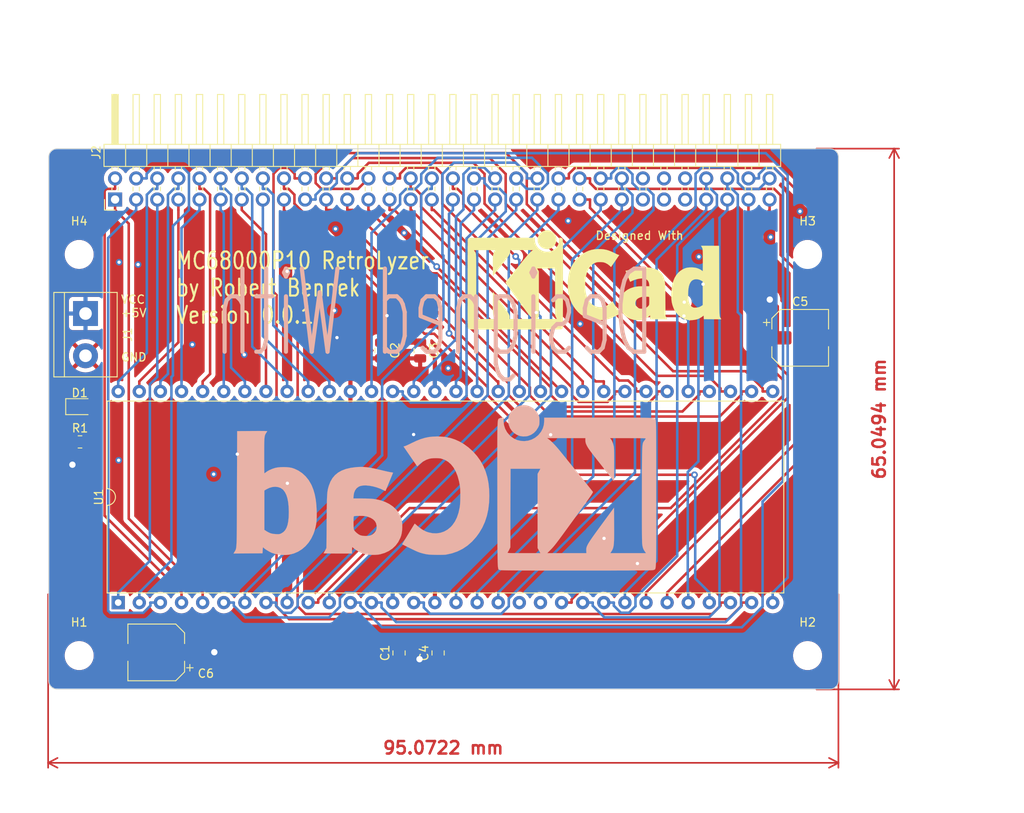
<source format=kicad_pcb>
(kicad_pcb (version 20221018) (generator pcbnew)
  (layers (0 "F.Cu" signal) (1 "In1.Cu" power) (2 "In2.Cu" power) (31 "B.Cu" signal) (34 "B.Paste" user) (35 "F.Paste" user) (36 "B.SilkS" user "B.Silkscreen") (37 "F.SilkS" user "F.Silkscreen") (38 "B.Mask" user) (39 "F.Mask" user) (44 "Edge.Cuts" user))
  (net 0 "")
  (net 1 "A1")
  (net 2 "A2")
  (net 3 "A3")
  (net 4 "A4")
  (net 5 "A5")
  (net 6 "A6")
  (net 7 "A7")
  (net 8 "A8")
  (net 9 "A9")
  (net 10 "A10")
  (net 11 "A11")
  (net 12 "A12")
  (net 13 "A13")
  (net 14 "A14")
  (net 15 "A15")
  (net 16 "A16")
  (net 17 "A17")
  (net 18 "A18")
  (net 19 "A19")
  (net 20 "A20")
  (net 21 "A21")
  (net 22 "A22")
  (net 23 "A23")
  (net 24 "Net-(D1-A)")
  (net 28 "VCC")
  (net 29 "GND")
  (net 33 "IO_4")
  (net 34 "IO_3")
  (net 35 "IO_2")
  (net 36 "IO_1")
  (net 37 "IO_0")
  (net 38 "nAS")
  (net 39 "nUDS")
  (net 40 "nLDS")
  (net 41 "R{slash}W")
  (net 42 "nDTACK")
  (net 43 "nBG")
  (net 44 "nBGACK")
  (net 45 "nBR")
  (net 46 "CLK")
  (net 47 "nHALT")
  (net 48 "nRESET")
  (net 49 "nVMA")
  (net 50 "E")
  (net 51 "nVPA")
  (net 52 "nBERR")
  (net 53 "nIPL2")
  (net 54 "nIPL1")
  (net 55 "nIPL0")
  (net 56 "FC2")
  (net 57 "FC1")
  (net 58 "FC0")
  (net 59 "IO_15")
  (net 60 "IO_14")
  (net 61 "IO_13")
  (net 62 "IO_12")
  (net 63 "IO_11")
  (net 64 "IO_10")
  (net 65 "IO_9")
  (net 66 "IO_8")
  (net 67 "IO_7")
  (net 68 "IO_6")
  (net 69 "IO_5")
  (footprint "Package_DIP:DIP-64_W25.4mm" (layer "F.Cu") (at 78.354 134.595 90)
    (fp_text reference "U1")
    (fp_text value "68000D")
  )
  (footprint "MountingHole:MountingHole_3mm" (layer "F.Cu") (at 73.66 140.97)
    (fp_text reference "H1")
    (fp_text value "MountingHole")
  )
  (footprint "Capacitor_SMD:C_0805_2012Metric" (layer "F.Cu") (at 116.84 140.655 90)
    (fp_text reference "C4")
    (fp_text value "100nF")
  )
  (footprint "MountingHole:MountingHole_3mm" (layer "F.Cu") (at 73.66 92.71)
    (fp_text reference "H4")
    (fp_text value "MountingHole")
  )
  (footprint "Symbol:KiCad-Logo_12mm_SilkScreen" (layer "F.Cu") (at 135.636 95.7326)
    (fp_text reference "REF**" hide)
    (fp_text value "KiCad-Logo_12mm_SilkScreen" hide)
  )
  (footprint "TerminalBlock:TerminalBlock_bornier-2_P5.08mm" (layer "F.Cu") (at 74.422 99.822 -90)
    (fp_text reference "J1")
    (fp_text value "Screw_Terminal_01x02")
  )
  (footprint "MountingHole:MountingHole_3mm" (layer "F.Cu") (at 161.29 92.71)
    (fp_text reference "H3")
    (fp_text value "MountingHole")
  )
  (footprint "Connector_PinHeader_2.54mm:PinHeader_2x32_P2.54mm_Horizontal" (layer "F.Cu") (at 77.978 86.106 90)
    (fp_text reference "J2")
    (fp_text value "Conn_02x32_Odd_Even")
  )
  (footprint "Capacitor_SMD:CP_Elec_6.3x5.3" (layer "F.Cu") (at 160.401 102.743)
    (fp_text reference "C5")
    (fp_text value "10uF")
  )
  (footprint "Capacitor_SMD:CP_Elec_6.3x5.3" (layer "F.Cu") (at 82.931 140.589 180)
    (fp_text reference "C6")
    (fp_text value "10uF")
  )
  (footprint "Capacitor_SMD:C_0805_2012Metric" (layer "F.Cu") (at 114.681 104.267 -90)
    (fp_text reference "C3")
    (fp_text value "100nF")
  )
  (footprint "Capacitor_SMD:C_0805_2012Metric" (layer "F.Cu") (at 112.141 140.655 90)
    (fp_text reference "C1")
    (fp_text value "100nF")
  )
  (footprint "Resistor_SMD:R_0805_2012Metric" (layer "F.Cu") (at 73.7616 115.2652)
    (fp_text reference "R1")
    (fp_text value "300")
  )
  (footprint "Diode_SMD:D_0805_2012Metric" (layer "F.Cu") (at 73.7273 111.0256)
    (fp_text reference "D1")
    (fp_text value "Green")
  )
  (footprint "Capacitor_SMD:C_0805_2012Metric" (layer "F.Cu") (at 109.982 104.267 -90)
    (fp_text reference "C2")
    (fp_text value "100nF")
  )
  (footprint "MountingHole:MountingHole_3mm" (layer "F.Cu") (at 161.29 140.97)
    (fp_text reference "H2")
    (fp_text value "MountingHole")
  )
  (footprint "Symbol:KiCad-Logo_20mm_SilkScreen" (layer "B.Cu") (at 117.6782 120.7262 180)
    (fp_text reference "REF**" hide)
    (fp_text value "KiCad-Logo_20mm_SilkScreen" hide)
  )
  (gr_arc (start 165 144) (mid 164.707107 144.707107) (end 164 145) (stroke (width 0.1)) (layer "Edge.Cuts"))
  (gr_arc (start 71 145) (mid 70.292893 144.707107) (end 70 144) (stroke (width 0.1)) (layer "Edge.Cuts"))
  (gr_line (start 71 80) (end 164 80) (stroke (width 0.1)) (layer "Edge.Cuts"))
  (gr_line (start 164 145) (end 71 145) (stroke (width 0.1)) (layer "Edge.Cuts"))
  (gr_line (start 70 144) (end 70 81) (stroke (width 0.1)) (layer "Edge.Cuts"))
  (gr_arc (start 164 80) (mid 164.707107 80.292893) (end 165 81) (stroke (width 0.1)) (layer "Edge.Cuts"))
  (gr_arc (start 70 81) (mid 70.292893 80.292893) (end 71 80) (stroke (width 0.1)) (layer "Edge.Cuts"))
  (gr_line (start 165 81) (end 165 144) (stroke (width 0.1)) (layer "Edge.Cuts"))
  (gr_text "Designed With" (at 143.1544 105.664) (layer "B.SilkS") (effects (font (size 10 5) (thickness 0.5)) (justify left bottom mirror)))
  (gr_text "VCC \n+5V" (at 78.613 100.33) (layer "F.SilkS") (effects (font (size 1 1)) (justify left bottom)))
  (gr_text "MC68000P10 RetroLyzer \nby Robert Bennek\nVersion 0.0.1" (at 85.1916 101.1936) (layer "F.SilkS") (effects (font (size 2.032 1.651) (thickness 0.254)) (justify left bottom)))
  (gr_text "Designed With" (at 135.6868 91.0336) (layer "F.SilkS") (effects (font (size 1 1)) (justify left bottom)))
  (gr_text "GND\n" (at 78.613 105.664) (layer "F.SilkS") (effects (font (size 1 1)) (justify left bottom)))
  (dimension (type aligned) (layer "F.Cu") (pts (xy 161.8488 79.9846) (xy 161.8488 145.034)) (height -9.8552) (gr_text "65.0494 mm" (at 169.904 112.5093 90) (layer "F.Cu") (effects (font (size 1.5 1.5) (thickness 0.3)))) (format (prefix "") (suffix "") (units 3) (units_format 1) (precision 4)) (style (thickness 0.2) (arrow_length 1.27) (text_position_mode 0) (extension_height 0.58642) (extension_offset 0.5) keep_text_aligned))
  (dimension (type aligned) (layer "F.Cu") (pts (xy 69.9262 133.096) (xy 164.9984 133.096)) (height 20.7772) (gr_text "95.0722 mm" (at 117.4623 152.0732) (layer "F.Cu") (effects (font (size 1.5 1.5) (thickness 0.3)))) (format (prefix "") (suffix "") (units 3) (units_format 1) (precision 4)) (style (thickness 0.2) (arrow_length 1.27) (text_position_mode 0) (extension_height 0.58642) (extension_offset 0.5) keep_text_aligned))
  (segment (start 99.5545 85.5292) (end 99.5545 86.6045) (width 0.3048) (layer "F.Cu") (net 1))
  (segment (start 98.298 83.566) (end 98.298 84.8225) (width 0.3048) (layer "F.Cu") (net 1))
  (segment (start 122.804 108.6872) (end 122.804 109.636) (width 0.3048) (layer "F.Cu") (net 1))
  (segment (start 122.804 109.636) (end 132.3881 119.2201) (width 0.3048) (layer "F.Cu") (net 1))
  (segment (start 116.3742 102.2574) (end 122.804 108.6872) (width 0.3048) (layer "F.Cu") (net 1))
  (segment (start 99.5545 86.6045) (end 115.2074 102.2574) (width 0.3048) (layer "F.Cu") (net 1))
  (segment (start 98.298 84.8225) (end 98.8478 84.8225) (width 0.3048) (layer "F.Cu") (net 1))
  (segment (start 98.8478 84.8225) (end 99.5545 85.5292) (width 0.3048) (layer "F.Cu") (net 1))
  (segment (start 115.2074 102.2574) (end 116.3742 102.2574) (width 0.3048) (layer "F.Cu") (net 1))
  (segment (start 132.3881 119.2201) (end 147.6821 119.2201) (width 0.3048) (layer "F.Cu") (net 1))
  (via (at 147.6821 119.2201) (size 0.8) (drill 0.4) (layers "F.Cu" "B.Cu") (net 1))
  (segment (start 147.7702 119.3081) (end 147.7701 119.3081) (width 0.3048) (layer "B.Cu") (net 1))
  (segment (start 147.7702 131.6847) (end 147.7702 119.3081) (width 0.3048) (layer "B.Cu") (net 1))
  (segment (start 147.7701 119.3081) (end 147.6821 119.2201) (width 0.3048) (layer "B.Cu") (net 1))
  (segment (start 149.474 134.595) (end 149.474 133.3885) (width 0.3048) (layer "B.Cu") (net 1))
  (segment (start 149.474 133.3885) (end 147.7702 131.6847) (width 0.3048) (layer "B.Cu") (net 1))
  (segment (start 149.8075 135.97) (end 150.8075 134.97) (width 0.3048) (layer "F.Cu") (net 2))
  (segment (start 150.8075 134.97) (end 150.8075 134.595) (width 0.3048) (layer "F.Cu") (net 2))
  (segment (start 100.8809 135.97) (end 149.8075 135.97) (width 0.3048) (layer "F.Cu") (net 2))
  (segment (start 152.014 134.595) (end 150.8075 134.595) (width 0.3048) (layer "F.Cu") (net 2))
  (segment (start 99.944 89.0085) (end 99.944 135.0331) (width 0.3048) (layer "F.Cu") (net 2))
  (segment (start 99.944 135.0331) (end 100.8809 135.97) (width 0.3048) (layer "F.Cu") (net 2))
  (segment (start 98.298 86.106) (end 98.298 87.3625) (width 0.3048) (layer "F.Cu") (net 2))
  (segment (start 98.298 87.3625) (end 99.944 89.0085) (width 0.3048) (layer "F.Cu") (net 2))
  (segment (start 97.404 97.5942) (end 97.404 135.0741) (width 0.3048) (layer "F.Cu") (net 3))
  (segment (start 98.9196 136.5897) (end 151.7278 136.5897) (width 0.3048) (layer "F.Cu") (net 3))
  (segment (start 98.867 82.3018) (end 97.7463 82.3018) (width 0.3048) (layer "F.Cu") (net 3))
  (segment (start 100.838 83.566) (end 99.5815 83.566) (width 0.3048) (layer "F.Cu") (net 3))
  (segment (start 151.7278 136.5897) (end 153.3475 134.97) (width 0.3048) (layer "F.Cu") (net 3))
  (segment (start 99.5815 83.0163) (end 98.867 82.3018) (width 0.3048) (layer "F.Cu") (net 3))
  (segment (start 97.7463 82.3018) (end 97.0414 83.0067) (width 0.3048) (layer "F.Cu") (net 3))
  (segment (start 97.0414 97.2316) (end 97.404 97.5942) (width 0.3048) (layer "F.Cu") (net 3))
  (segment (start 97.0414 83.0067) (end 97.0414 97.2316) (width 0.3048) (layer "F.Cu") (net 3))
  (segment (start 153.3475 134.97) (end 153.3475 134.595) (width 0.3048) (layer "F.Cu") (net 3))
  (segment (start 154.554 134.595) (end 153.3475 134.595) (width 0.3048) (layer "F.Cu") (net 3))
  (segment (start 97.404 135.0741) (end 98.9196 136.5897) (width 0.3048) (layer "F.Cu") (net 3))
  (segment (start 99.5815 83.566) (end 99.5815 83.0163) (width 0.3048) (layer "F.Cu") (net 3))
  (segment (start 156.2577 80.5288) (end 107.1105 80.5288) (width 0.3048) (layer "B.Cu") (net 4))
  (segment (start 100.838 86.106) (end 102.0945 86.106) (width 0.3048) (layer "B.Cu") (net 4))
  (segment (start 104.648 84.1279) (end 103.9264 84.8495) (width 0.3048) (layer "B.Cu") (net 4))
  (segment (start 104.648 82.9913) (end 104.648 84.1279) (width 0.3048) (layer "B.Cu") (net 4))
  (segment (start 158.8925 131.59) (end 158.8925 83.1636) (width 0.3048) (layer "B.Cu") (net 4))
  (segment (start 158.8925 83.1636) (end 156.2577 80.5288) (width 0.3048) (layer "B.Cu") (net 4))
  (segment (start 157.094 134.595) (end 157.094 133.3885) (width 0.3048) (layer "B.Cu") (net 4))
  (segment (start 157.094 133.3885) (end 158.8925 131.59) (width 0.3048) (layer "B.Cu") (net 4))
  (segment (start 102.0945 85.5562) (end 102.0945 86.106) (width 0.3048) (layer "B.Cu") (net 4))
  (segment (start 103.9264 84.8495) (end 102.8012 84.8495) (width 0.3048) (layer "B.Cu") (net 4))
  (segment (start 107.1105 80.5288) (end 104.648 82.9913) (width 0.3048) (layer "B.Cu") (net 4))
  (segment (start 102.8012 84.8495) (end 102.0945 85.5562) (width 0.3048) (layer "B.Cu") (net 4))
  (segment (start 124.968 86.6142) (end 145.1116 106.7578) (width 0.3048) (layer "F.Cu") (net 5))
  (segment (start 123.061 81.121) (end 124.968 83.028) (width 0.3048) (layer "F.Cu") (net 5))
  (segment (start 103.378 83.566) (end 104.6345 83.566) (width 0.3048) (layer "F.Cu") (net 5))
  (segment (start 104.6345 83.566) (end 104.6345 83.0163) (width 0.3048) (layer "F.Cu") (net 5))
  (segment (start 124.968 83.028) (end 124.968 86.6142) (width 0.3048) (layer "F.Cu") (net 5))
  (segment (start 153.8253 106.7578) (end 155.8875 108.82) (width 0.3048) (layer "F.Cu") (net 5))
  (segment (start 104.6345 83.0163) (end 106.5298 81.121) (width 0.3048) (layer "F.Cu") (net 5))
  (segment (start 157.094 109.195) (end 155.8875 109.195) (width 0.3048) (layer "F.Cu") (net 5))
  (segment (start 145.1116 106.7578) (end 153.8253 106.7578) (width 0.3048) (layer "F.Cu") (net 5))
  (segment (start 106.5298 81.121) (end 123.061 81.121) (width 0.3048) (layer "F.Cu") (net 5))
  (segment (start 155.8875 108.82) (end 155.8875 109.195) (width 0.3048) (layer "F.Cu") (net 5))
  (segment (start 103.378 87.3625) (end 104.4774 87.3625) (width 0.3048) (layer "F.Cu") (net 6))
  (segment (start 127.9185 112.213) (end 150.7045 112.213) (width 0.3048) (layer "F.Cu") (net 6))
  (segment (start 125.344 109.6385) (end 127.9185 112.213) (width 0.3048) (layer "F.Cu") (net 6))
  (segment (start 125.344 108.2291) (end 125.344 109.6385) (width 0.3048) (layer "F.Cu") (net 6))
  (segment (start 103.378 86.106) (end 103.378 87.3625) (width 0.3048) (layer "F.Cu") (net 6))
  (segment (start 153.3475 109.57) (end 153.3475 109.195) (width 0.3048) (layer "F.Cu") (net 6))
  (segment (start 154.554 109.195) (end 153.3475 109.195) (width 0.3048) (layer "F.Cu") (net 6))
  (segment (start 104.4774 87.3625) (end 125.344 108.2291) (width 0.3048) (layer "F.Cu") (net 6))
  (segment (start 150.7045 112.213) (end 153.3475 109.57) (width 0.3048) (layer "F.Cu") (net 6))
  (segment (start 122.428 86.6129) (end 143.1319 107.3168) (width 0.3048) (layer "F.Cu") (net 7))
  (segment (start 143.1319 107.3168) (end 149.3043 107.3168) (width 0.3048) (layer "F.Cu") (net 7))
  (segment (start 107.1745 83.566) (end 107.1745 83.0163) (width 0.3048) (layer "F.Cu") (net 7))
  (segment (start 107.1745 83.0163) (end 108.4974 81.6934) (width 0.3048) (layer "F.Cu") (net 7))
  (segment (start 152.014 109.195) (end 150.8075 109.195) (width 0.3048) (layer "F.Cu") (net 7))
  (segment (start 122.428 83.0276) (end 122.428 86.6129) (width 0.3048) (layer "F.Cu") (net 7))
  (segment (start 150.8075 108.82) (end 150.8075 109.195) (width 0.3048) (layer "F.Cu") (net 7))
  (segment (start 121.0938 81.6934) (end 122.428 83.0276) (width 0.3048) (layer "F.Cu") (net 7))
  (segment (start 105.918 83.566) (end 107.1745 83.566) (width 0.3048) (layer "F.Cu") (net 7))
  (segment (start 149.3043 107.3168) (end 150.8075 108.82) (width 0.3048) (layer "F.Cu") (net 7))
  (segment (start 108.4974 81.6934) (end 121.0938 81.6934) (width 0.3048) (layer "F.Cu") (net 7))
  (segment (start 127.884 108.7003) (end 106.5462 87.3625) (width 0.3048) (layer "F.Cu") (net 8))
  (segment (start 148.2675 109.57) (end 146.2328 111.6047) (width 0.3048) (layer "F.Cu") (net 8))
  (segment (start 105.918 86.106) (end 105.918 87.3625) (width 0.3048) (layer "F.Cu") (net 8))
  (segment (start 106.5462 87.3625) (end 105.918 87.3625) (width 0.3048) (layer "F.Cu") (net 8))
  (segment (start 149.474 109.195) (end 148.2675 109.195) (width 0.3048) (layer "F.Cu") (net 8))
  (segment (start 129.8059 111.6047) (end 127.884 109.6828) (width 0.3048) (layer "F.Cu") (net 8))
  (segment (start 148.2675 109.195) (end 148.2675 109.57) (width 0.3048) (layer "F.Cu") (net 8))
  (segment (start 146.2328 111.6047) (end 129.8059 111.6047) (width 0.3048) (layer "F.Cu") (net 8))
  (segment (start 127.884 109.6828) (end 127.884 108.7003) (width 0.3048) (layer "F.Cu") (net 8))
  (segment (start 104.6301 80.5189) (end 125.0215 80.5189) (width 0.3048) (layer "F.Cu") (net 9))
  (segment (start 127.508 86.6649) (end 140.9569 100.1138) (width 0.3048) (layer "F.Cu") (net 9))
  (segment (start 107.2014 84.8226) (end 102.8027 84.8226) (width 0.3048) (layer "F.Cu") (net 9))
  (segment (start 127.508 83.0054) (end 127.508 86.6649) (width 0.3048) (layer "F.Cu") (net 9))
  (segment (start 140.9569 100.1138) (end 146.414 100.1138) (width 0.3048) (layer "F.Cu") (net 9))
  (segment (start 102.108 83.041) (end 104.6301 80.5189) (width 0.3048) (layer "F.Cu") (net 9))
  (segment (start 108.458 83.566) (end 107.2014 84.8226) (width 0.3048) (layer "F.Cu") (net 9))
  (segment (start 102.108 84.1279) (end 102.108 83.041) (width 0.3048) (layer "F.Cu") (net 9))
  (segment (start 102.8027 84.8226) (end 102.108 84.1279) (width 0.3048) (layer "F.Cu") (net 9))
  (segment (start 125.0215 80.5189) (end 127.508 83.0054) (width 0.3048) (layer "F.Cu") (net 9))
  (via (at 146.414 100.1138) (size 0.8) (drill 0.4) (layers "F.Cu" "B.Cu") (net 9))
  (segment (start 146.934 109.195) (end 146.934 100.6338) (width 0.3048) (layer "B.Cu") (net 9))
  (segment (start 146.934 100.6338) (end 146.414 100.1138) (width 0.3048) (layer "B.Cu") (net 9))
  (segment (start 116.0774 94.9819) (end 116.6816 94.9819) (width 0.3048) (layer "F.Cu") (net 10))
  (segment (start 131.815 111.0457) (end 141.7118 111.0457) (width 0.3048) (layer "F.Cu") (net 10))
  (segment (start 141.7118 111.0457) (end 143.1875 109.57) (width 0.3048) (layer "F.Cu") (net 10))
  (segment (start 116.6816 94.9819) (end 130.424 108.7243) (width 0.3048) (layer "F.Cu") (net 10))
  (segment (start 143.1875 109.57) (end 143.1875 109.195) (width 0.3048) (layer "F.Cu") (net 10))
  (segment (start 130.424 108.7243) (end 130.424 109.6547) (width 0.3048) (layer "F.Cu") (net 10))
  (segment (start 108.458 87.3625) (end 116.0774 94.9819) (width 0.3048) (layer "F.Cu") (net 10))
  (segment (start 130.424 109.6547) (end 131.815 111.0457) (width 0.3048) (layer "F.Cu") (net 10))
  (segment (start 144.394 109.195) (end 143.1875 109.195) (width 0.3048) (layer "F.Cu") (net 10))
  (segment (start 108.458 86.106) (end 108.458 87.3625) (width 0.3048) (layer "F.Cu") (net 10))
  (segment (start 110.998 83.566) (end 112.2545 83.566) (width 0.3048) (layer "F.Cu") (net 11))
  (segment (start 113.0004 82.2704) (end 116.5664 82.2704) (width 0.3048) (layer "F.Cu") (net 11))
  (segment (start 112.2545 83.0163) (end 113.0004 82.2704) (width 0.3048) (layer "F.Cu") (net 11))
  (segment (start 116.5664 82.2704) (end 117.348 83.052) (width 0.3048) (layer "F.Cu") (net 11))
  (segment (start 138.6094 107.8826) (end 139.7101 107.8826) (width 0.3048) (layer "F.Cu") (net 11))
  (segment (start 117.348 86.6212) (end 138.6094 107.8826) (width 0.3048) (layer "F.Cu") (net 11))
  (segment (start 140.6475 108.82) (end 140.6475 109.195) (width 0.3048) (layer "F.Cu") (net 11))
  (segment (start 117.348 83.052) (end 117.348 86.6212) (width 0.3048) (layer "F.Cu") (net 11))
  (segment (start 139.7101 107.8826) (end 140.6475 108.82) (width 0.3048) (layer "F.Cu") (net 11))
  (segment (start 112.2545 83.566) (end 112.2545 83.0163) (width 0.3048) (layer "F.Cu") (net 11))
  (segment (start 141.854 109.195) (end 140.6475 109.195) (width 0.3048) (layer "F.Cu") (net 11))
  (segment (start 139.314 109.195) (end 138.1075 109.195) (width 0.3048) (layer "F.Cu") (net 12))
  (segment (start 132.964 108.7438) (end 111.5827 87.3625) (width 0.3048) (layer "F.Cu") (net 12))
  (segment (start 132.964 109.6736) (end 132.964 108.7438) (width 0.3048) (layer "F.Cu") (net 12))
  (segment (start 133.7387 110.4483) (end 132.964 109.6736) (width 0.3048) (layer "F.Cu") (net 12))
  (segment (start 138.1075 109.57) (end 137.2292 110.4483) (width 0.3048) (layer "F.Cu") (net 12))
  (segment (start 110.998 86.106) (end 110.998 87.3625) (width 0.3048) (layer "F.Cu") (net 12))
  (segment (start 137.2292 110.4483) (end 133.7387 110.4483) (width 0.3048) (layer "F.Cu") (net 12))
  (segment (start 138.1075 109.195) (end 138.1075 109.57) (width 0.3048) (layer "F.Cu") (net 12))
  (segment (start 111.5827 87.3625) (end 110.998 87.3625) (width 0.3048) (layer "F.Cu") (net 12))
  (segment (start 135.8006 107.9885) (end 136.774 107.9885) (width 0.3048) (layer "F.Cu") (net 13))
  (segment (start 136.774 109.195) (end 136.774 107.9885) (width 0.3048) (layer "F.Cu") (net 13))
  (segment (start 113.538 84.8225) (end 114.0878 84.8225) (width 0.3048) (layer "F.Cu") (net 13))
  (segment (start 114.7945 86.9824) (end 135.8006 107.9885) (width 0.3048) (layer "F.Cu") (net 13))
  (segment (start 114.7945 85.5292) (end 114.7945 86.9824) (width 0.3048) (layer "F.Cu") (net 13))
  (segment (start 114.0878 84.8225) (end 114.7945 85.5292) (width 0.3048) (layer "F.Cu") (net 13))
  (segment (start 113.538 83.566) (end 113.538 84.8225) (width 0.3048) (layer "F.Cu") (net 13))
  (segment (start 113.538 87.3625) (end 113.608 87.3625) (width 0.3048) (layer "F.Cu") (net 14))
  (segment (start 113.538 86.106) (end 113.538 87.3625) (width 0.3048) (layer "F.Cu") (net 14))
  (segment (start 134.234 109.195) (end 134.234 107.9885) (width 0.3048) (layer "F.Cu") (net 14))
  (segment (start 113.608 87.3625) (end 134.234 107.9885) (width 0.3048) (layer "F.Cu") (net 14))
  (segment (start 131.694 109.195) (end 116.6692 94.1702) (width 0.3048) (layer "F.Cu") (net 15))
  (via (at 116.6692 94.1702) (size 0.8) (drill 0.4) (layers "F.Cu" "B.Cu") (net 15))
  (segment (start 115.5283 84.8225) (end 114.808 85.5428) (width 0.3048) (layer "B.Cu") (net 15))
  (segment (start 116.078 84.8225) (end 115.5283 84.8225) (width 0.3048) (layer "B.Cu") (net 15))
  (segment (start 114.808 85.5428) (end 114.808 92.309) (width 0.3048) (layer "B.Cu") (net 15))
  (segment (start 116.078 83.566) (end 116.078 84.8225) (width 0.3048) (layer "B.Cu") (net 15))
  (segment (start 114.808 92.309) (end 116.6692 94.1702) (width 0.3048) (layer "B.Cu") (net 15))
  (segment (start 116.078 87.3625) (end 116.3151 87.3625) (width 0.3048) (layer "F.Cu") (net 16))
  (segment (start 116.078 86.106) (end 116.078 87.3625) (width 0.3048) (layer "F.Cu") (net 16))
  (segment (start 116.3151 87.3625) (end 128.6527 99.7001) (width 0.3048) (layer "F.Cu") (net 16))
  (via (at 128.6527 99.7001) (size 0.8) (drill 0.4) (layers "F.Cu" "B.Cu") (net 16))
  (segment (start 129.154 100.2014) (end 128.6527 99.7001) (width 0.3048) (layer "B.Cu") (net 16))
  (segment (start 129.154 109.195) (end 129.154 100.2014) (width 0.3048) (layer "B.Cu") (net 16))
  (segment (start 119.1678 84.8225) (end 119.8745 85.5292) (width 0.3048) (layer "F.Cu") (net 17))
  (segment (start 119.8745 86.6593) (end 126.1726 92.9574) (width 0.3048) (layer "F.Cu") (net 17))
  (segment (start 118.618 83.566) (end 118.618 84.8225) (width 0.3048) (layer "F.Cu") (net 17))
  (segment (start 118.618 84.8225) (end 119.1678 84.8225) (width 0.3048) (layer "F.Cu") (net 17))
  (segment (start 119.8745 85.5292) (end 119.8745 86.6593) (width 0.3048) (layer "F.Cu") (net 17))
  (via (at 126.1726 92.9574) (size 0.8) (drill 0.4) (layers "F.Cu" "B.Cu") (net 17))
  (segment (start 126.614 93.3988) (end 126.1726 92.9574) (width 0.3048) (layer "B.Cu") (net 17))
  (segment (start 126.614 107.9885) (end 126.614 93.3988) (width 0.3048) (layer "B.Cu") (net 17))
  (segment (start 126.614 109.195) (end 126.614 107.9885) (width 0.3048) (layer "B.Cu") (net 17))
  (segment (start 124.074 109.195) (end 124.074 107.9885) (width 0.3048) (layer "F.Cu") (net 18))
  (segment (start 123.9344 107.9885) (end 124.074 107.9885) (width 0.3048) (layer "F.Cu") (net 18))
  (segment (start 118.1566 102.2107) (end 123.9344 107.9885) (width 0.3048) (layer "F.Cu") (net 18))
  (via (at 118.1566 102.2107) (size 0.8) (drill 0.4) (layers "F.Cu" "B.Cu") (net 18))
  (segment (start 118.618 86.106) (end 118.618 87.3625) (width 0.3048) (layer "B.Cu") (net 18))
  (segment (start 118.618 87.3625) (end 118.1566 87.8239) (width 0.3048) (layer "B.Cu") (net 18))
  (segment (start 118.1566 87.8239) (end 118.1566 102.2107) (width 0.3048) (layer "B.Cu") (net 18))
  (segment (start 124.9814 85.5469) (end 124.9814 87.5413) (width 0.3048) (layer "B.Cu") (net 19))
  (segment (start 124.257 84.8225) (end 124.9814 85.5469) (width 0.3048) (layer "B.Cu") (net 19))
  (segment (start 124.9814 87.5413) (end 121.534 90.9887) (width 0.3048) (layer "B.Cu") (net 19))
  (segment (start 122.4145 83.566) (end 122.4145 84.1158) (width 0.3048) (layer "B.Cu") (net 19))
  (segment (start 122.4145 84.1158) (end 123.1212 84.8225) (width 0.3048) (layer "B.Cu") (net 19))
  (segment (start 123.1212 84.8225) (end 124.257 84.8225) (width 0.3048) (layer "B.Cu") (net 19))
  (segment (start 121.534 90.9887) (end 121.534 107.9885) (width 0.3048) (layer "B.Cu") (net 19))
  (segment (start 121.534 109.195) (end 121.534 107.9885) (width 0.3048) (layer "B.Cu") (net 19))
  (segment (start 121.158 83.566) (end 122.4145 83.566) (width 0.3048) (layer "B.Cu") (net 19))
  (segment (start 119.5529 88.9676) (end 121.158 87.3625) (width 0.3048) (layer "B.Cu") (net 20))
  (segment (start 118.994 109.195) (end 118.994 107.9885) (width 0.3048) (layer "B.Cu") (net 20))
  (segment (start 118.994 107.9885) (end 119.5529 107.4296) (width 0.3048) (layer "B.Cu") (net 20))
  (segment (start 119.5529 107.4296) (end 119.5529 88.9676) (width 0.3048) (layer "B.Cu") (net 20))
  (segment (start 121.158 86.106) (end 121.158 87.3625) (width 0.3048) (layer "B.Cu") (net 20))
  (segment (start 113.914 109.195) (end 113.914 107.9885) (width 0.3048) (layer "B.Cu") (net 21))
  (segment (start 122.3825 82.2505) (end 120.6802 82.2505) (width 0.3048) (layer "B.Cu") (net 21))
  (segment (start 123.698 83.566) (end 122.3825 82.2505) (width 0.3048) (layer "B.Cu") (net 21))
  (segment (start 118.994 102.9085) (end 113.914 107.9885) (width 0.3048) (layer "B.Cu") (net 21))
  (segment (start 119.888 83.0427) (end 119.888 87.3) (width 0.3048) (layer "B.Cu") (net 21))
  (segment (start 119.888 87.3) (end 118.994 88.194) (width 0.3048) (layer "B.Cu") (net 21))
  (segment (start 120.6802 82.2505) (end 119.888 83.0427) (width 0.3048) (layer "B.Cu") (net 21))
  (segment (start 118.994 88.194) (end 118.994 102.9085) (width 0.3048) (layer "B.Cu") (net 21))
  (segment (start 123.698 86.106) (end 123.698 87.3625) (width 0.3048) (layer "B.Cu") (net 22))
  (segment (start 120.264 109.7096) (end 119.4397 110.5339) (width 0.3048) (layer "B.Cu") (net 22))
  (segment (start 119.4397 110.5339) (end 113.5444 110.5339) (width 0.3048) (layer "B.Cu") (net 22))
  (segment (start 111.374 109.195) (end 112.5805 109.195) (width 0.3048) (layer "B.Cu") (net 22))
  (segment (start 123.698 87.3625) (end 120.264 90.7965) (width 0.3048) (layer "B.Cu") (net 22))
  (segment (start 112.5805 109.57) (end 112.5805 109.195) (width 0.3048) (layer "B.Cu") (net 22))
  (segment (start 120.264 90.7965) (end 120.264 109.7096) (width 0.3048) (layer "B.Cu") (net 22))
  (segment (start 113.5444 110.5339) (end 112.5805 109.57) (width 0.3048) (layer "B.Cu") (net 22))
  (segment (start 114.8082 84.1229) (end 114.0817 84.8494) (width 0.3048) (layer "B.Cu") (net 23))
  (segment (start 126.238 83.566) (end 127.4946 84.8226) (width 0.3048) (layer "B.Cu") (net 23))
  (segment (start 129.3533 84.8226) (end 130.048 84.1279) (width 0.3048) (layer "B.Cu") (net 23))
  (segment (start 130.048 82.999) (end 128.1367 81.0877) (width 0.3048) (layer "B.Cu") (net 23))
  (segment (start 112.268 86.6806) (end 108.834 90.1146) (width 0.3048) (layer "B.Cu") (net 23))
  (segment (start 127.4946 84.8226) (end 129.3533 84.8226) (width 0.3048) (layer "B.Cu") (net 23))
  (segment (start 112.268 85.5441) (end 112.268 86.6806) (width 0.3048) (layer "B.Cu") (net 23))
  (segment (start 116.7768 81.0877) (end 114.8082 83.0563) (width 0.3048) (layer "B.Cu") (net 23))
  (segment (start 108.834 90.1146) (end 108.834 109.195) (width 0.3048) (layer "B.Cu") (net 23))
  (segment (start 130.048 84.1279) (end 130.048 82.999) (width 0.3048) (layer "B.Cu") (net 23))
  (segment (start 112.9627 84.8494) (end 112.268 85.5441) (width 0.3048) (layer "B.Cu") (net 23))
  (segment (start 114.0817 84.8494) (end 112.9627 84.8494) (width 0.3048) (layer "B.Cu") (net 23))
  (segment (start 114.8082 83.0563) (end 114.8082 84.1229) (width 0.3048) (layer "B.Cu") (net 23))
  (segment (start 128.1367 81.0877) (end 116.7768 81.0877) (width 0.3048) (layer "B.Cu") (net 23))
  (segment (start 74.6648 115.2559) (end 74.6741 115.2652) (width 0.3048) (layer "F.Cu") (net 24))
  (segment (start 74.6648 111.0256) (end 74.6648 115.2559) (width 0.3048) (layer "F.Cu") (net 24))
  (segment (start 112.3442 141.4018) (end 112.141 141.605) (width 0.508) (layer "F.Cu") (net 28))
  (segment (start 114.6048 141.4018) (end 112.3442 141.4018) (width 0.508) (layer "F.Cu") (net 28))
  (segment (start 116.454 105.013421) (end 114.757579 103.317) (width 0.508) (layer "F.Cu") (net 28))
  (segment (start 85.731 140.589) (end 89.8906 140.589) (width 0.508) (layer "F.Cu") (net 28))
  (segment (start 114.6048 141.4018) (end 116.6368 141.4018) (width 0.508) (layer "F.Cu") (net 28))
  (segment (start 72.8491 115.2652) (end 72.8491 118.0065) (width 0.508) (layer "F.Cu") (net 28))
  (segment (start 116.454 109.195) (end 116.454 105.013421) (width 0.508) (layer "F.Cu") (net 28))
  (segment (start 157.601 99.0032) (end 156.7434 98.1456) (width 0.508) (layer "F.Cu") (net 28))
  (segment (start 114.681 103.317) (end 109.982 103.317) (width 0.508) (layer "F.Cu") (net 28))
  (segment (start 89.8906 140.589) (end 89.916 140.5636) (width 0.508) (layer "F.Cu") (net 28))
  (segment (start 72.8491 118.0065) (end 72.8472 118.0084) (width 0.508) (layer "F.Cu") (net 28))
  (segment (start 114.757579 103.317) (end 114.681 103.317) (width 0.508) (layer "F.Cu") (net 28))
  (segment (start 116.6368 141.4018) (end 116.84 141.605) (width 0.508) (layer "F.Cu") (net 28))
  (segment (start 157.601 102.743) (end 157.601 99.0032) (width 0.508) (layer "F.Cu") (net 28))
  (via (at 136.8044 126.873) (size 0.8) (drill 0.4) (layers "F.Cu" "B.Cu") (net 28))
  (via (at 72.8472 118.0084) (size 1.524) (drill 0.762) (layers "F.Cu" "B.Cu") (net 28))
  (via (at 114.6048 141.4018) (size 1.524) (drill 0.762) (layers "F.Cu" "B.Cu") (net 28))
  (via (at 92.6846 116.7384) (size 0.8) (drill 0.4) (layers "F.Cu" "B.Cu") (net 28))
  (via (at 110.6932 100.076) (size 0.8) (drill 0.4) (layers "F.Cu" "B.Cu") (net 28))
  (via (at 113.8936 114.3762) (size 0.8) (drill 0.4) (layers "F.Cu" "B.Cu") (net 28))
  (via (at 89.916 140.5636) (size 1.524) (drill 0.762) (layers "F.Cu" "B.Cu") (net 28))
  (via (at 104.6734 102.7176) (size 0.8) (drill 0.4) (layers "F.Cu" "B.Cu") (net 28))
  (via (at 148.717 96.2914) (size 0.8) (drill 0.4) (layers "F.Cu" "B.Cu") (net 28))
  (via (at 156.7434 98.1456) (size 1.524) (drill 0.762) (layers "F.Cu" "B.Cu") (net 28))
  (via (at 78.4098 117.475) (size 0.8) (drill 0.4) (layers "F.Cu" "B.Cu") (net 29))
  (via (at 104.3686 99.4664) (size 0.8) (drill 0.4) (layers "F.Cu" "B.Cu") (net 29))
  (via (at 156.845 90.6272) (size 0.8) (drill 0.4) (layers "F.Cu" "B.Cu") (net 29))
  (via (at 140.8176 129.8956) (size 0.8) (drill 0.4) (layers "F.Cu" "B.Cu") (net 29))
  (via (at 89.8398 119.1514) (size 0.8) (drill 0.4) (layers "F.Cu" "B.Cu") (net 29))
  (via (at 78.4606 93.6498) (size 0.8) (drill 0.4) (layers "F.Cu" "B.Cu") (net 29))
  (via (at 148.209 92.9894) (size 0.8) (drill 0.4) (layers "F.Cu" "B.Cu") (net 29))
  (via (at 80.7466 93.9292) (size 0.8) (drill 0.4) (layers "F.Cu" "B.Cu") (net 29))
  (via (at 87.2744 103.5558) (size 0.8) (drill 0.4) (layers "F.Cu" "B.Cu") (net 29))
  (via (at 93.5228 104.775) (size 0.8) (drill 0.4) (layers "F.Cu" "B.Cu") (net 29))
  (via (at 160.3756 87.5284) (size 0.8) (drill 0.4) (layers "F.Cu" "B.Cu") (net 29))
  (via (at 132.4864 88.6714) (size 0.8) (drill 0.4) (layers "F.Cu" "B.Cu") (net 29))
  (via (at 98.679 94.742) (size 0.8) (drill 0.4) (layers "F.Cu" "B.Cu") (net 29))
  (via (at 118.0592 106.4006) (size 0.8) (drill 0.4) (layers "F.Cu" "B.Cu") (net 29))
  (via (at 98.7044 120.2436) (size 0.8) (drill 0.4) (layers "F.Cu" "B.Cu") (net 29))
  (via (at 133.9342 101.0666) (size 0.8) (drill 0.4) (layers "F.Cu" "B.Cu") (net 29))
  (via (at 112.7506 90.1192) (size 0.8) (drill 0.4) (layers "F.Cu" "B.Cu") (net 29))
  (via (at 130.3782 114.4016) (size 0.8) (drill 0.4) (layers "F.Cu" "B.Cu") (net 29))
  (via (at 104.4956 89.6366) (size 0.8) (drill 0.4) (layers "F.Cu" "B.Cu") (net 29))
  (segment (start 83.058 107.4374) (end 82.164 108.3314) (width 0.3048) (layer "B.Cu") (net 33))
  (segment (start 82.164 108.3314) (end 82.164 129.5785) (width 0.3048) (layer "B.Cu") (net 33))
  (segment (start 83.058 86.106) (end 83.058 107.4374) (width 0.3048) (layer "B.Cu") (net 33))
  (segment (start 78.354 134.595) (end 78.354 133.3885) (width 0.3048) (layer "B.Cu") (net 33))
  (segment (start 82.164 129.5785) (end 78.354 133.3885) (width 0.3048) (layer "B.Cu") (net 33))
  (segment (start 84.7565 129.526) (end 80.894 133.3885) (width 0.3048) (layer "B.Cu") (net 34))
  (segment (start 82.5236 82.2672) (end 86.1564 82.2672) (width 0.3048) (layer "B.Cu") (net 34))
  (segment (start 81.7745 83.0163) (end 82.5236 82.2672) (width 0.3048) (layer "B.Cu") (net 34))
  (segment (start 81.7745 83.566) (end 81.7745 83.0163) (width 0.3048) (layer "B.Cu") (net 34))
  (segment (start 80.518 83.566) (end 81.7745 83.566) (width 0.3048) (layer "B.Cu") (net 34))
  (segment (start 86.868 82.9788) (end 86.868 87.3626) (width 0.3048) (layer "B.Cu") (net 34))
  (segment (start 86.1564 82.2672) (end 86.868 82.9788) (width 0.3048) (layer "B.Cu") (net 34))
  (segment (start 84.7565 107.4565) (end 84.7565 129.526) (width 0.3048) (layer "B.Cu") (net 34))
  (segment (start 86.868 87.3626) (end 84.9405 89.2901) (width 0.3048) (layer "B.Cu") (net 34))
  (segment (start 80.894 134.595) (end 80.894 133.3885) (width 0.3048) (layer "B.Cu") (net 34))
  (segment (start 84.9405 89.2901) (end 84.9405 107.2725) (width 0.3048) (layer "B.Cu") (net 34))
  (segment (start 84.9405 107.2725) (end 84.7565 107.4565) (width 0.3048) (layer "B.Cu") (net 34))
  (segment (start 83.434 134.595) (end 82.2275 134.595) (width 0.3048) (layer "B.Cu") (net 35))
  (segment (start 80.518 87.3625) (end 77.1474 90.7331) (width 0.3048) (layer "B.Cu") (net 35))
  (segment (start 77.4033 135.8293) (end 81.3682 135.8293) (width 0.3048) (layer "B.Cu") (net 35))
  (segment (start 80.518 86.106) (end 80.518 87.3625) (width 0.3048) (layer "B.Cu") (net 35))
  (segment (start 77.1474 90.7331) (end 77.1474 135.5734) (width 0.3048) (layer "B.Cu") (net 35))
  (segment (start 77.1474 135.5734) (end 77.4033 135.8293) (width 0.3048) (layer "B.Cu") (net 35))
  (segment (start 82.2275 134.97) (end 82.2275 134.595) (width 0.3048) (layer "B.Cu") (net 35))
  (segment (start 81.3682 135.8293) (end 82.2275 134.97) (width 0.3048) (layer "B.Cu") (net 35))
  (segment (start 76.7215 85.0581) (end 76.7215 124.136) (width 0.3048) (layer "F.Cu") (net 36))
  (segment (start 76.9571 84.8225) (end 76.7215 85.0581) (width 0.3048) (layer "F.Cu") (net 36))
  (segment (start 76.7215 124.136) (end 85.974 133.3885) (width 0.3048) (layer "F.Cu") (net 36))
  (segment (start 85.974 134.595) (end 85.974 133.3885) (width 0.3048) (layer "F.Cu") (net 36))
  (segment (start 77.978 84.8225) (end 76.9571 84.8225) (width 0.3048) (layer "F.Cu") (net 36))
  (segment (start 77.978 83.566) (end 77.978 84.8225) (width 0.3048) (layer "F.Cu") (net 36))
  (segment (start 88.514 134.595) (end 88.514 133.3885) (width 0.3048) (layer "F.Cu") (net 37))
  (segment (start 79.624 89.0085) (end 79.624 124.4985) (width 0.3048) (layer "F.Cu") (net 37))
  (segment (start 77.978 87.3625) (end 79.624 89.0085) (width 0.3048) (layer "F.Cu") (net 37))
  (segment (start 77.978 86.106) (end 77.978 87.3625) (width 0.3048) (layer "F.Cu") (net 37))
  (segment (start 79.624 124.4985) (end 88.514 133.3885) (width 0.3048) (layer "F.Cu") (net 37))
  (segment (start 136.398 87.3625) (end 130.424 93.3365) (width 0.3048) (layer "B.Cu") (net 38))
  (segment (start 92.2605 134.97) (end 92.2605 134.595) (width 0.3048) (layer "B.Cu") (net 38))
  (segment (start 93.6772 136.3867) (end 92.2605 134.97) (width 0.3048) (layer "B.Cu") (net 38))
  (segment (start 106.6791 133.3783) (end 105.7224 133.3783) (width 0.3048) (layer "B.Cu") (net 38))
  (segment (start 130.424 93.3365) (end 130.424 109.6334) (width 0.3048) (layer "B.Cu") (net 38))
  (segment (start 136.398 86.106) (end 136.398 87.3625) (width 0.3048) (layer "B.Cu") (net 38))
  (segment (start 103.7236 136.3867) (end 93.6772 136.3867) (width 0.3048) (layer "B.Cu") (net 38))
  (segment (start 91.054 134.595) (end 92.2605 134.595) (width 0.3048) (layer "B.Cu") (net 38))
  (segment (start 105.024 135.0863) (end 103.7236 136.3867) (width 0.3048) (layer "B.Cu") (net 38))
  (segment (start 105.024 134.0767) (end 105.024 135.0863) (width 0.3048) (layer "B.Cu") (net 38))
  (segment (start 130.424 109.6334) (end 106.6791 133.3783) (width 0.3048) (layer "B.Cu") (net 38))
  (segment (start 105.7224 133.3783) (end 105.024 134.0767) (width 0.3048) (layer "B.Cu") (net 38))
  (segment (start 110.104 116.8785) (end 93.594 133.3885) (width 0.3048) (layer "B.Cu") (net 39))
  (segment (start 117.4795 100.4787) (end 110.104 107.8542) (width 0.3048) (layer "B.Cu") (net 39))
  (segment (start 117.3614 92.7371) (end 117.4795 92.8552) (width 0.3048) (layer "B.Cu") (net 39))
  (segment (start 117.4795 92.8552) (end 117.4795 100.4787) (width 0.3048) (layer "B.Cu") (net 39))
  (segment (start 126.1777 81.6725) (end 118.7294 81.6725) (width 0.3048) (layer "B.Cu") (net 39))
  (segment (start 128.778 83.566) (end 127.5215 83.566) (width 0.3048) (layer "B.Cu") (net 39))
  (segment (start 118.7294 81.6725) (end 117.3614 83.0405) (width 0.3048) (layer "B.Cu") (net 39))
  (segment (start 127.5215 83.566) (end 127.5215 83.0163) (width 0.3048) (layer "B.Cu") (net 39))
  (segment (start 127.5215 83.0163) (end 126.1777 81.6725) (width 0.3048) (layer "B.Cu") (net 39))
  (segment (start 117.3614 83.0405) (end 117.3614 92.7371) (width 0.3048) (layer "B.Cu") (net 39))
  (segment (start 93.594 134.595) (end 93.594 133.3885) (width 0.3048) (layer "B.Cu") (net 39))
  (segment (start 110.104 107.8542) (end 110.104 116.8785) (width 0.3048) (layer "B.Cu") (net 39))
  (segment (start 101.8232 133.2206) (end 125.344 109.6998) (width 0.3048) (layer "B.Cu") (net 40))
  (segment (start 125.344 109.6998) (end 125.344 90.7965) (width 0.3048) (layer "B.Cu") (net 40))
  (segment (start 96.134 134.595) (end 97.3405 134.595) (width 0.3048) (layer "B.Cu") (net 40))
  (segment (start 125.344 90.7965) (end 128.778 87.3625) (width 0.3048) (layer "B.Cu") (net 40))
  (segment (start 98.1982 135.8277) (end 99.1596 135.8277) (width 0.3048) (layer "B.Cu") (net 40))
  (segment (start 100.8447 133.2206) (end 101.8232 133.2206) (width 0.3048) (layer "B.Cu") (net 40))
  (segment (start 97.3405 134.595) (end 97.3405 134.97) (width 0.3048) (layer "B.Cu") (net 40))
  (segment (start 99.944 134.1213) (end 100.8447 133.2206) (width 0.3048) (layer "B.Cu") (net 40))
  (segment (start 99.1596 135.8277) (end 99.944 135.0433) (width 0.3048) (layer "B.Cu") (net 40))
  (segment (start 128.778 86.106) (end 128.778 87.3625) (width 0.3048) (layer "B.Cu") (net 40))
  (segment (start 99.944 135.0433) (end 99.944 134.1213) (width 0.3048) (layer "B.Cu") (net 40))
  (segment (start 97.3405 134.97) (end 98.1982 135.8277) (width 0.3048) (layer "B.Cu") (net 40))
  (segment (start 122.804 109.6335) (end 99.049 133.3885) (width 0.3048) (layer "B.Cu") (net 41))
  (segment (start 98.674 134.595) (end 98.674 133.3885) (width 0.3048) (layer "B.Cu") (net 41))
  (segment (start 126.238 86.106) (end 126.238 87.3625) (width 0.3048) (layer "B.Cu") (net 41))
  (segment (start 126.238 87.3625) (end 122.804 90.7965) (width 0.3048) (layer "B.Cu") (net 41))
  (segment (start 122.804 90.7965) (end 122.804 109.6335) (width 0.3048) (layer "B.Cu") (net 41))
  (segment (start 99.049 133.3885) (end 98.674 133.3885) (width 0.3048) (layer "B.Cu") (net 41))
  (segment (start 101.214 134.595) (end 102.4205 134.595) (width 0.3048) (layer "F.Cu") (net 42))
  (segment (start 158.3292 109.7137) (end 144.8145 123.2284) (width 0.3048) (layer "F.Cu") (net 42))
  (segment (start 102.4205 134.22) (end 102.4205 134.595) (width 0.3048) (layer "F.Cu") (net 42))
  (segment (start 158.3292 107.8026) (end 158.3292 109.7137) (width 0.3048) (layer "F.Cu") (net 42))
  (segment (start 144.8145 123.2284) (end 113.4121 123.2284) (width 0.3048) (layer "F.Cu") (net 42))
  (segment (start 154.178 103.6514) (end 158.3292 107.8026) (width 0.3048) (layer "F.Cu") (net 42))
  (segment (start 154.178 86.106) (end 154.178 103.6514) (width 0.3048) (layer "F.Cu") (net 42))
  (segment (start 113.4121 123.2284) (end 102.4205 134.22) (width 0.3048) (layer "F.Cu") (net 42))
  (segment (start 127.8207 90.8598) (end 127.8207 109.6967) (width 0.3048) (layer "B.Cu") (net 43))
  (segment (start 127.8207 109.6967) (end 104.1289 133.3885) (width 0.3048) (layer "B.Cu") (net 43))
  (segment (start 104.1289 133.3885) (end 103.754 133.3885) (width 0.3048) (layer "B.Cu") (net 43))
  (segment (start 103.754 134.595) (end 103.754 133.3885) (width 0.3048) (layer "B.Cu") (net 43))
  (segment (start 131.318 86.106) (end 131.318 87.3625) (width 0.3048) (layer "B.Cu") (net 43))
  (segment (start 131.318 87.3625) (end 127.8207 90.8598) (width 0.3048) (layer "B.Cu") (net 43))
  (segment (start 154.178 83.566) (end 155.4345 83.566) (width 0.3048) (layer "B.Cu") (net 44))
  (segment (start 110.0986 137.5701) (end 153.3731 137.5701) (width 0.3048) (layer "B.Cu") (net 44))
  (segment (start 156.1897 82.2901) (end 155.4345 83.0453) (width 0.3048) (layer "B.Cu") (net 44))
  (segment (start 107.5005 134.972) (end 110.0986 137.5701) (width 0.3048) (layer "B.Cu") (net 44))
  (segment (start 107.5005 134.595) (end 107.5005 134.972) (width 0.3048) (layer "B.Cu") (net 44))
  (segment (start 158.3335 83.3987) (end 157.2249 82.2901) (width 0.3048) (layer "B.Cu") (net 44))
  (segment (start 106.294 134.595) (end 107.5005 134.595) (width 0.3048) (layer "B.Cu") (net 44))
  (segment (start 158.3335 119.9876) (end 158.3335 83.3987) (width 0.3048) (layer "B.Cu") (net 44))
  (segment (start 153.3731 137.5701) (end 155.8763 135.0669) (width 0.3048) (layer "B.Cu") (net 44))
  (segment (start 155.8763 122.4448) (end 158.3335 119.9876) (width 0.3048) (layer "B.Cu") (net 44))
  (segment (start 155.8763 135.0669) (end 155.8763 122.4448) (width 0.3048) (layer "B.Cu") (net 44))
  (segment (start 155.4345 83.0453) (end 155.4345 83.566) (width 0.3048) (layer "B.Cu") (net 44))
  (segment (start 157.2249 82.2901) (end 156.1897 82.2901) (width 0.3048) (layer "B.Cu") (net 44))
  (segment (start 151.638 84.8225) (end 152.1878 84.8225) (width 0.3048) (layer "B.Cu") (net 45))
  (segment (start 153.284 100.048) (end 153.284 135.0726) (width 0.3048) (layer "B.Cu") (net 45))
  (segment (start 111.8038 136.9466) (end 110.0405 135.1833) (width 0.3048) (layer "B.Cu") (net 45))
  (segment (start 151.638 83.566) (end 151.638 84.8225) (width 0.3048) (layer "B.Cu") (net 45))
  (segment (start 152.1878 84.8225) (end 152.8945 85.5292) (width 0.3048) (layer "B.Cu") (net 45))
  (segment (start 152.8945 85.5292) (end 152.8945 99.6585) (width 0.3048) (layer "B.Cu") (net 45))
  (segment (start 153.284 135.0726) (end 151.41 136.9466) (width 0.3048) (layer "B.Cu") (net 45))
  (segment (start 110.0405 135.1833) (end 110.0405 134.595) (width 0.3048) (layer "B.Cu") (net 45))
  (segment (start 108.834 134.595) (end 110.0405 134.595) (width 0.3048) (layer "B.Cu") (net 45))
  (segment (start 151.41 136.9466) (end 111.8038 136.9466) (width 0.3048) (layer "B.Cu") (net 45))
  (segment (start 152.8945 99.6585) (end 153.284 100.048) (width 0.3048) (layer "B.Cu") (net 45))
  (segment (start 147.8146 87.0568) (end 140.5246 94.3468) (width 0.3048) (layer "B.Cu") (net 46))
  (segment (start 152.1553 82.2453) (end 148.5697 82.2453) (width 0.3048) (layer "B.Cu") (net 46))
  (segment (start 148.5697 82.2453) (end 147.8146 83.0004) (width 0.3048) (layer "B.Cu") (net 46))
  (segment (start 153.67 84.836) (end 152.908 84.074) (width 0.3048) (layer "B.Cu") (net 46))
  (segment (start 156.718 83.566) (end 155.448 84.836) (width 0.3048) (layer "B.Cu") (net 46))
  (segment (start 125.344 134.1154) (end 125.344 135.0377) (width 0.3048) (layer "B.Cu") (net 46))
  (segment (start 124.4457 135.936) (end 115.8732 135.936) (width 0.3048) (layer "B.Cu") (net 46))
  (segment (start 113.914 134.595) (end 115.1205 134.595) (width 0.3048) (layer "B.Cu") (net 46))
  (segment (start 115.1205 135.1833) (end 115.1205 134.595) (width 0.3048) (layer "B.Cu") (net 46))
  (segment (start 125.344 135.0377) (end 124.4457 135.936) (width 0.3048) (layer "B.Cu") (net 46))
  (segment (start 140.5246 118.9348) (end 125.344 134.1154) (width 0.3048) (layer "B.Cu") (net 46))
  (segment (start 152.908 82.998) (end 152.1553 82.2453) (width 0.3048) (layer "B.Cu") (net 46))
  (segment (start 147.8146 83.0004) (end 147.8146 87.0568) (width 0.3048) (layer "B.Cu") (net 46))
  (segment (start 115.8732 135.936) (end 115.1205 135.1833) (width 0.3048) (layer "B.Cu") (net 46))
  (segment (start 140.5246 94.3468) (end 140.5246 118.9348) (width 0.3048) (layer "B.Cu") (net 46))
  (segment (start 152.908 84.074) (end 152.908 82.998) (width 0.3048) (layer "B.Cu") (net 46))
  (segment (start 155.448 84.836) (end 153.67 84.836) (width 0.3048) (layer "B.Cu") (net 46))
  (segment (start 138.938 87.3625) (end 132.964 93.3365) (width 0.3048) (layer "B.Cu") (net 47))
  (segment (start 132.964 119.4185) (end 118.994 133.3885) (width 0.3048) (layer "B.Cu") (net 47))
  (segment (start 132.964 93.3365) (end 132.964 119.4185) (width 0.3048) (layer "B.Cu") (net 47))
  (segment (start 138.938 86.106) (end 138.938 87.3625) (width 0.3048) (layer "B.Cu") (net 47))
  (segment (start 118.994 134.595) (end 118.994 133.3885) (width 0.3048) (layer "B.Cu") (net 47))
  (segment (start 140.2214 85.5562) (end 140.2214 87.7176) (width 0.3048) (layer "B.Cu") (net 48))
  (segment (start 140.2214 87.7176) (end 135.504 92.435) (width 0.3048) (layer "B.Cu") (net 48))
  (segment (start 139.4877 84.8225) (end 140.2214 85.5562) (width 0.3048) (layer "B.Cu") (net 48))
  (segment (start 138.938 83.566) (end 138.938 84.8225) (width 0.3048) (layer "B.Cu") (net 48))
  (segment (start 121.534 134.595) (end 121.534 133.3885) (width 0.3048) (layer "B.Cu") (net 48))
  (segment (start 135.504 92.435) (end 135.504 119.4185) (width 0.3048) (layer "B.Cu") (net 48))
  (segment (start 135.504 119.4185) (end 121.534 133.3885) (width 0.3048) (layer "B.Cu") (net 48))
  (segment (start 138.938 84.8225) (end 139.4877 84.8225) (width 0.3048) (layer "B.Cu") (net 48))
  (segment (start 142.748 87.3626) (end 138.044 92.0666) (width 0.3048) (layer "B.Cu") (net 49))
  (segment (start 136.398 83.566) (end 137.6545 83.566) (width 0.3048) (layer "B.Cu") (net 49))
  (segment (start 137.6545 83.0163) (end 138.3939 82.2769) (width 0.3048) (layer "B.Cu") (net 49))
  (segment (start 124.074 134.595) (end 124.074 133.3885) (width 0.3048) (layer "B.Cu") (net 49))
  (segment (start 142.0533 84.8494) (end 142.748 85.5441) (width 0.3048) (layer "B.Cu") (net 49))
  (segment (start 138.044 92.0666) (end 138.044 119.4185) (width 0.3048) (layer "B.Cu") (net 49))
  (segment (start 138.3939 82.2769) (end 139.4315 82.2769) (width 0.3048) (layer "B.Cu") (net 49))
  (segment (start 139.4315 82.2769) (end 140.2212 83.0666) (width 0.3048) (layer "B.Cu") (net 49))
  (segment (start 140.2212 84.1363) (end 140.9343 84.8494) (width 0.3048) (layer "B.Cu") (net 49))
  (segment (start 140.2212 83.0666) (end 140.2212 84.1363) (width 0.3048) (layer "B.Cu") (net 49))
  (segment (start 142.748 85.5441) (end 142.748 87.3626) (width 0.3048) (layer "B.Cu") (net 49))
  (segment (start 140.9343 84.8494) (end 142.0533 84.8494) (width 0.3048) (layer "B.Cu") (net 49))
  (segment (start 138.044 119.4185) (end 124.074 133.3885) (width 0.3048) (layer "B.Cu") (net 49))
  (segment (start 137.6545 83.566) (end 137.6545 83.0163) (width 0.3048) (layer "B.Cu") (net 49))
  (segment (start 135.9817 132.8656) (end 134.2549 132.8656) (width 0.3048) (layer "F.Cu") (net 52))
  (segment (start 155.3107 88.7698) (end 155.3107 103.6317) (width 0.3048) (layer "F.Cu") (net 52))
  (segment (start 132.9005 134.22) (end 132.9005 134.595) (width 0.3048) (layer "F.Cu") (net 52))
  (segment (start 131.694 134.595) (end 132.9005 134.595) (width 0.3048) (layer "F.Cu") (net 52))
  (segment (start 156.718 87.3625) (end 155.3107 88.7698) (width 0.3048) (layer "F.Cu") (net 52))
  (segment (start 158.8923 109.955) (end 135.9817 132.8656) (width 0.3048) (layer "F.Cu") (net 52))
  (segment (start 134.2549 132.8656) (end 132.9005 134.22) (width 0.3048) (layer "F.Cu") (net 52))
  (segment (start 158.8923 107.2133) (end 158.8923 109.955) (width 0.3048) (layer "F.Cu") (net 52))
  (segment (start 155.3107 103.6317) (end 158.8923 107.2133) (width 0.3048) (layer "F.Cu") (net 52))
  (segment (start 156.718 86.106) (end 156.718 87.3625) (width 0.3048) (layer "F.Cu") (net 52))
  (segment (start 135.4405 134.972) (end 135.4405 134.595) (width 0.3048) (layer "B.Cu") (net 53))
  (segment (start 151.638 87.3625) (end 150.6924 88.3081) (width 0.3048) (layer "B.Cu") (net 53))
  (segment (start 149.432 136.3755) (end 136.844 136.3755) (width 0.3048) (layer "B.Cu") (net 53))
  (segment (start 136.844 136.3755) (end 135.4405 134.972) (width 0.3048) (layer "B.Cu") (net 53))
  (segment (start 150.6924 88.3081) (end 150.6924 135.1151) (width 0.3048) (layer "B.Cu") (net 53))
  (segment (start 150.6924 135.1151) (end 149.432 136.3755) (width 0.3048) (layer "B.Cu") (net 53))
  (segment (start 134.234 134.595) (end 135.4405 134.595) (width 0.3048) (layer "B.Cu") (net 53))
  (segment (start 151.638 86.106) (end 151.638 87.3625) (width 0.3048) (layer "B.Cu") (net 53))
  (segment (start 136.774 134.595) (end 137.9805 134.595) (width 0.3048) (layer "B.Cu") (net 54))
  (segment (start 150.3814 86.8696) (end 145.6075 91.6435) (width 0.3048) (layer "B.Cu") (net 54))
  (segment (start 150.3814 85.5562) (end 150.3814 86.8696) (width 0.3048) (layer "B.Cu") (net 54))
  (segment (start 145.6075 91.6435) (end 145.6075 128.9875) (width 0.3048) (layer "B.Cu") (net 54))
  (segment (start 145.6075 128.9875) (end 140.584 134.011) (width 0.3048) (layer "B.Cu") (net 54))
  (segment (start 138.827 135.8165) (end 137.9805 134.97) (width 0.3048) (layer "B.Cu") (net 54))
  (segment (start 137.9805 134.97) (end 137.9805 134.595) (width 0.3048) (layer "B.Cu") (net 54))
  (segment (start 140.584 134.011) (end 140.584 135.037) (width 0.3048) (layer "B.Cu") (net 54))
  (segment (start 139.8045 135.8165) (end 138.827 135.8165) (width 0.3048) (layer "B.Cu") (net 54))
  (segment (start 149.6477 84.8225) (end 150.3814 85.5562) (width 0.3048) (layer "B.Cu") (net 54))
  (segment (start 149.098 84.8225) (end 149.6477 84.8225) (width 0.3048) (layer "B.Cu") (net 54))
  (segment (start 149.098 83.566) (end 149.098 84.8225) (width 0.3048) (layer "B.Cu") (net 54))
  (segment (start 140.584 135.037) (end 139.8045 135.8165) (width 0.3048) (layer "B.Cu") (net 54))
  (segment (start 143.124 93.3365) (end 143.124 129.5785) (width 0.3048) (layer "B.Cu") (net 55))
  (segment (start 149.098 87.3625) (end 143.124 93.3365) (width 0.3048) (layer "B.Cu") (net 55))
  (segment (start 139.314 134.595) (end 139.314 133.3885) (width 0.3048) (layer "B.Cu") (net 55))
  (segment (start 143.124 129.5785) (end 139.314 133.3885) (width 0.3048) (layer "B.Cu") (net 55))
  (segment (start 149.098 86.106) (end 149.098 87.3625) (width 0.3048) (layer "B.Cu") (net 55))
  (segment (start 135.8212 84.8225) (end 157.272 84.8225) (width 0.3048) (layer "F.Cu") (net 56))
  (segment (start 158.0438 85.5943) (end 158.0438 92.7748) (width 0.3048) (layer "F.Cu") (net 56))
  (segment (start 157.272 84.8225) (end 158.0438 85.5943) (width 0.3048) (layer "F.Cu") (net 56))
  (segment (start 133.858 83.566) (end 135.1145 83.566) (width 0.3048) (layer "F.Cu") (net 56))
  (segment (start 159.911 115.3315) (end 141.854 133.3885) (width 0.3048) (layer "F.Cu") (net 56))
  (segment (start 158.0438 92.7748) (end 159.911 94.642) (width 0.3048) (layer "F.Cu") (net 56))
  (segment (start 159.911 94.642) (end 159.911 115.3315) (width 0.3048) (layer "F.Cu") (net 56))
  (segment (start 141.854 134.595) (end 141.854 133.3885) (width 0.3048) (layer "F.Cu") (net 56))
  (segment (start 135.1145 84.1158) (end 135.8212 84.8225) (width 0.3048) (layer "F.Cu") (net 56))
  (segment (start 135.1145 83.566) (end 135.1145 84.1158) (width 0.3048) (layer "F.Cu") (net 56))
  (segment (start 133.2836 82.3072) (end 157.2888 82.3072) (width 0.3048) (layer "F.Cu") (net 57))
  (segment (start 160.9166 116.8659) (end 144.394 133.3885) (width 0.3048) (layer "F.Cu") (net 57))
  (segment (start 163.2054 93.5241) (end 160.9166 95.8129) (width 0.3048) (layer "F.Cu") (net 57))
  (segment (start 131.318 83.566) (end 132.5745 83.566) (width 0.3048) (layer "F.Cu") (net 57))
  (segment (start 163.2054 88.2238) (end 163.2054 93.5241) (width 0.3048) (layer "F.Cu") (net 57))
  (segment (start 132.5745 83.566) (end 132.5745 83.0163) (width 0.3048) (layer "F.Cu") (net 57))
  (segment (start 157.2888 82.3072) (end 163.2054 88.2238) (width 0.3048) (layer "F.Cu") (net 57))
  (segment (start 132.5745 83.0163) (end 133.2836 82.3072) (width 0.3048) (layer "F.Cu") (net 57))
  (segment (start 160.9166 95.8129) (end 160.9166 116.8659) (width 0.3048) (layer "F.Cu") (net 57))
  (segment (start 144.394 134.595) (end 144.394 133.3885) (width 0.3048) (layer "F.Cu") (net 57))
  (segment (start 133.858 86.106) (end 135.1145 86.106) (width 0.3048) (layer "F.Cu") (net 58))
  (segment (start 135.1145 86.106) (end 135.1145 87.1129) (width 0.3048) (layer "F.Cu") (net 58))
  (segment (start 135.1145 87.1129) (end 146.4548 98.4532) (width 0.3048) (layer "F.Cu") (net 58))
  (via (at 146.4548 98.4532) (size 0.8) (drill 0.4) (layers "F.Cu" "B.Cu") (net 58))
  (segment (start 146.8756 133.3301) (end 146.934 133.3885) (width 0.3048) (layer "B.Cu") (net 58))
  (segment (start 148.156 117.6057) (end 146.8756 118.8861) (width 0.3048) (layer "B.Cu") (net 58))
  (segment (start 146.8756 118.8861) (end 146.8756 133.3301) (width 0.3048) (layer "B.Cu") (net 58))
  (segment (start 146.4548 98.4532) (end 148.156 100.1544) (width 0.3048) (layer "B.Cu") (net 58))
  (segment (start 146.934 134.595) (end 146.934 133.3885) (width 0.3048) (layer "B.Cu") (net 58))
  (segment (start 148.156 100.1544) (end 148.156 117.6057) (width 0.3048) (layer "B.Cu") (net 58))
  (segment (start 97.0145 85.5292) (end 97.0145 101.249) (width 0.3048) (layer "B.Cu") (net 59))
  (segment (start 103.754 109.195) (end 103.754 107.9885) (width 0.3048) (layer "B.Cu") (net 59))
  (segment (start 96.3078 84.8225) (end 97.0145 85.5292) (width 0.3048) (layer "B.Cu") (net 59))
  (segment (start 95.758 84.8225) (end 96.3078 84.8225) (width 0.3048) (layer "B.Cu") (net 59))
  (segment (start 95.758 83.566) (end 95.758 84.8225) (width 0.3048) (layer "B.Cu") (net 59))
  (segment (start 97.0145 101.249) (end 103.754 107.9885) (width 0.3048) (layer "B.Cu") (net 59))
  (segment (start 95.758 102.5325) (end 95.758 86.106) (width 0.3048) (layer "B.Cu") (net 60))
  (segment (start 101.214 109.195) (end 101.214 107.9885) (width 0.3048) (layer "B.Cu") (net 60))
  (segment (start 101.214 107.9885) (end 95.758 102.5325) (width 0.3048) (layer "B.Cu") (net 60))
  (segment (start 93.7678 84.8225) (end 94.4745 85.5292) (width 0.3048) (layer "B.Cu") (net 61))
  (segment (start 94.4745 85.5292) (end 94.4745 103.789) (width 0.3048) (layer "B.Cu") (net 61))
  (segment (start 93.218 84.8225) (end 93.7678 84.8225) (width 0.3048) (layer "B.Cu") (net 61))
  (segment (start 93.218 83.566) (end 93.218 84.8225) (width 0.3048) (layer "B.Cu") (net 61))
  (segment (start 94.4745 103.789) (end 98.674 107.9885) (width 0.3048) (layer "B.Cu") (net 61))
  (segment (start 98.674 109.195) (end 98.674 107.9885) (width 0.3048) (layer "B.Cu") (net 61))
  (segment (start 96.134 90.2785) (end 96.134 109.195) (width 0.3048) (layer "F.Cu") (net 62))
  (segment (start 93.218 87.3625) (end 96.134 90.2785) (width 0.3048) (layer "F.Cu") (net 62))
  (segment (start 93.218 86.106) (end 93.218 87.3625) (width 0.3048) (layer "F.Cu") (net 62))
  (segment (start 91.9345 106.329) (end 93.594 107.9885) (width 0.3048) (layer "B.Cu") (net 63))
  (segment (start 93.594 109.195) (end 93.594 107.9885) (width 0.3048) (layer "B.Cu") (net 63))
  (segment (start 91.9345 85.5292) (end 91.9345 106.329) (width 0.3048) (layer "B.Cu") (net 63))
  (segment (start 90.678 83.566) (end 90.678 84.8225) (width 0.3048) (layer "B.Cu") (net 63))
  (segment (start 91.2278 84.8225) (end 91.9345 85.5292) (width 0.3048) (layer "B.Cu") (net 63))
  (segment (start 90.678 84.8225) (end 91.2278 84.8225) (width 0.3048) (layer "B.Cu") (net 63))
  (segment (start 90.678 87.3625) (end 91.054 87.7385) (width 0.3048) (layer "B.Cu") (net 64))
  (segment (start 91.054 87.7385) (end 91.054 109.195) (width 0.3048) (layer "B.Cu") (net 64))
  (segment (start 90.678 86.106) (end 90.678 87.3625) (width 0.3048) (layer "B.Cu") (net 64))
  (segment (start 89.4079 107.0946) (end 88.514 107.9885) (width 0.3048) (layer "F.Cu") (net 65))
  (segment (start 88.138 83.566) (end 88.138 84.8225) (width 0.3048) (layer "F.Cu") (net 65))
  (segment (start 89.4079 85.5427) (end 89.4079 107.0946) (width 0.3048) (layer "F.Cu") (net 65))
  (segment (start 88.138 84.8225) (end 88.6877 84.8225) (width 0.3048) (layer "F.Cu") (net 65))
  (segment (start 88.6877 84.8225) (end 89.4079 85.5427) (width 0.3048) (layer "F.Cu") (net 65))
  (segment (start 88.514 109.195) (end 88.514 107.9885) (width 0.3048) (layer "F.Cu") (net 65))
  (segment (start 85.974 89.5265) (end 88.138 87.3625) (width 0.3048) (layer "B.Cu") (net 66))
  (segment (start 88.138 86.106) (end 88.138 87.3625) (width 0.3048) (layer "B.Cu") (net 66))
  (segment (start 85.974 107.9885) (end 85.974 89.5265) (width 0.3048) (layer "B.Cu") (net 66))
  (segment (start 85.974 109.195) (end 85.974 107.9885) (width 0.3048) (layer "B.Cu") (net 66))
  (segment (start 84.3415 85.5292) (end 84.3415 107.081) (width 0.3048) (layer "B.Cu") (net 67))
  (segment (start 84.3415 107.081) (end 83.434 107.9885) (width 0.3048) (layer "B.Cu") (net 67))
  (segment (start 85.0482 84.8225) (end 84.3415 85.5292) (width 0.3048) (layer "B.Cu") (net 67))
  (segment (start 85.598 84.8225) (end 85.0482 84.8225) (width 0.3048) (layer "B.Cu") (net 67))
  (segment (start 83.434 109.195) (end 83.434 107.9885) (width 0.3048) (layer "B.Cu") (net 67))
  (segment (start 85.598 83.566) (end 85.598 84.8225) (width 0.3048) (layer "B.Cu") (net 67))
  (segment (start 85.598 87.3625) (end 85.598 103.2845) (width 0.3048) (layer "F.Cu") (net 68))
  (segment (start 85.598 86.106) (end 85.598 87.3625) (width 0.3048) (layer "F.Cu") (net 68))
  (segment (start 80.894 109.195) (end 80.894 107.9885) (width 0.3048) (layer "F.Cu") (net 68))
  (segment (start 85.598 103.2845) (end 80.894 107.9885) (width 0.3048) (layer "F.Cu") (net 68))
  (segment (start 78.354 109.195) (end 78.354 107.9885) (width 0.3048) (layer "B.Cu") (net 69))
  (segment (start 81.8015 104.541) (end 78.354 107.9885) (width 0.3048) (layer "B.Cu") (net 69))
  (segment (start 81.8015 85.5292) (end 81.8015 104.541) (width 0.3048) (layer "B.Cu") (net 69))
  (segment (start 83.058 84.8225) (end 82.5082 84.8225) (width 0.3048) (layer "B.Cu") (net 69))
  (segment (start 83.058 83.566) (end 83.058 84.8225) (width 0.3048) (layer "B.Cu") (net 69))
  (segment (start 82.5082 84.8225) (end 81.8015 85.5292) (width 0.3048) (layer "B.Cu") (net 69))
  (zone (net 29) (net_name "GND") (layers "F.Cu" "In1.Cu") (connect_pads (clearance 0.5)) (min_thickness 0.25) (fill yes (thermal_gap 0.5) (thermal_bridge_width 0.5))
    (polygon (pts (xy 66.675 147.066) (xy 66.675 65.405) (xy 171.704 65.405) (xy 175.514 69.215) (xy 175.514 140.589) (xy 165.227 150.876) (xy 70.485 150.876)))
  )
  (zone (net 28) (net_name "VCC") (layers "In2.Cu" "B.Cu") (priority 1) (connect_pads (clearance 0.5)) (min_thickness 0.25) (fill yes (thermal_gap 0.5) (thermal_bridge_width 0.5))
    (polygon (pts (xy 64.135 148.717) (xy 64.135 62.103) (xy 156.591 62.103) (xy 187.325 92.837) (xy 187.325 148.844) (xy 176.276 159.893) (xy 75.311 159.893)))
  )
)
</source>
